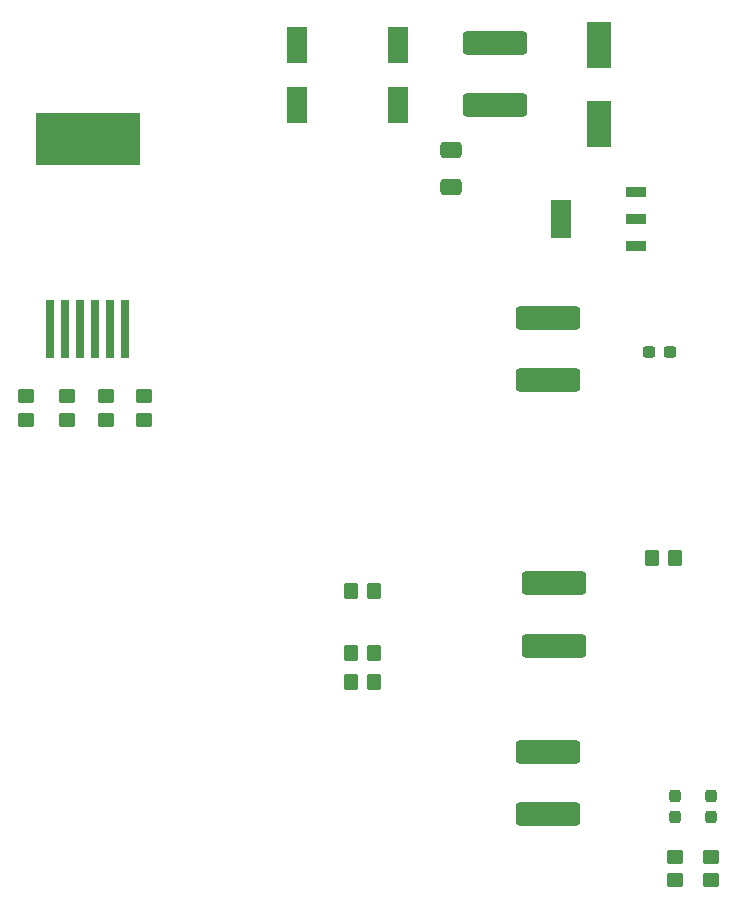
<source format=gbr>
%TF.GenerationSoftware,KiCad,Pcbnew,8.0.8*%
%TF.CreationDate,2025-02-20T11:32:28-05:00*%
%TF.ProjectId,Stardust,53746172-6475-4737-942e-6b696361645f,rev?*%
%TF.SameCoordinates,Original*%
%TF.FileFunction,Paste,Top*%
%TF.FilePolarity,Positive*%
%FSLAX46Y46*%
G04 Gerber Fmt 4.6, Leading zero omitted, Abs format (unit mm)*
G04 Created by KiCad (PCBNEW 8.0.8) date 2025-02-20 11:32:28*
%MOMM*%
%LPD*%
G01*
G04 APERTURE LIST*
G04 Aperture macros list*
%AMRoundRect*
0 Rectangle with rounded corners*
0 $1 Rounding radius*
0 $2 $3 $4 $5 $6 $7 $8 $9 X,Y pos of 4 corners*
0 Add a 4 corners polygon primitive as box body*
4,1,4,$2,$3,$4,$5,$6,$7,$8,$9,$2,$3,0*
0 Add four circle primitives for the rounded corners*
1,1,$1+$1,$2,$3*
1,1,$1+$1,$4,$5*
1,1,$1+$1,$6,$7*
1,1,$1+$1,$8,$9*
0 Add four rect primitives between the rounded corners*
20,1,$1+$1,$2,$3,$4,$5,0*
20,1,$1+$1,$4,$5,$6,$7,0*
20,1,$1+$1,$6,$7,$8,$9,0*
20,1,$1+$1,$8,$9,$2,$3,0*%
G04 Aperture macros list end*
%ADD10RoundRect,0.249999X2.450001X-0.737501X2.450001X0.737501X-2.450001X0.737501X-2.450001X-0.737501X0*%
%ADD11RoundRect,0.250000X-0.350000X-0.450000X0.350000X-0.450000X0.350000X0.450000X-0.350000X0.450000X0*%
%ADD12RoundRect,0.237500X0.237500X-0.287500X0.237500X0.287500X-0.237500X0.287500X-0.237500X-0.287500X0*%
%ADD13R,0.760000X5.000000*%
%ADD14R,8.800000X4.500000*%
%ADD15RoundRect,0.250000X-0.450000X0.350000X-0.450000X-0.350000X0.450000X-0.350000X0.450000X0.350000X0*%
%ADD16R,2.150000X4.000000*%
%ADD17R,1.750000X0.950000*%
%ADD18R,1.750000X3.200000*%
%ADD19R,1.800000X3.150000*%
%ADD20RoundRect,0.249999X-2.450001X0.737501X-2.450001X-0.737501X2.450001X-0.737501X2.450001X0.737501X0*%
%ADD21RoundRect,0.237500X0.300000X0.237500X-0.300000X0.237500X-0.300000X-0.237500X0.300000X-0.237500X0*%
%ADD22RoundRect,0.250000X0.650000X-0.412500X0.650000X0.412500X-0.650000X0.412500X-0.650000X-0.412500X0*%
G04 APERTURE END LIST*
D10*
%TO.C,C6*%
X176250000Y-118637500D03*
X176250000Y-113362500D03*
%TD*%
D11*
%TO.C,R1*%
X159500000Y-99750000D03*
X161500000Y-99750000D03*
%TD*%
D12*
%TO.C,D2*%
X187000000Y-118875000D03*
X187000000Y-117125000D03*
%TD*%
D13*
%TO.C,J2*%
X140425000Y-77550000D03*
X139155000Y-77550000D03*
X137885000Y-77550000D03*
X136615000Y-77550000D03*
X135345000Y-77550000D03*
X134075000Y-77550000D03*
D14*
X137250000Y-61500000D03*
%TD*%
D15*
%TO.C,R14*%
X142000000Y-83250000D03*
X142000000Y-85250000D03*
%TD*%
D16*
%TO.C,C7*%
X180500000Y-53500000D03*
X180500000Y-60200000D03*
%TD*%
D17*
%TO.C,U7*%
X183650000Y-70550000D03*
X183650000Y-68250000D03*
X183650000Y-65950000D03*
D18*
X177350000Y-68250000D03*
%TD*%
D19*
%TO.C,C2*%
X163500000Y-53500000D03*
X163500000Y-58600000D03*
%TD*%
%TO.C,C1*%
X155000000Y-53500000D03*
X155000000Y-58600000D03*
%TD*%
D11*
%TO.C,R15*%
X185000000Y-97000000D03*
X187000000Y-97000000D03*
%TD*%
D12*
%TO.C,D1*%
X190000000Y-118875000D03*
X190000000Y-117125000D03*
%TD*%
D20*
%TO.C,C5*%
X176750000Y-99112500D03*
X176750000Y-104387500D03*
%TD*%
D11*
%TO.C,R3*%
X159500000Y-105000000D03*
X161500000Y-105000000D03*
%TD*%
D21*
%TO.C,C3*%
X186500000Y-79500000D03*
X184775000Y-79500000D03*
%TD*%
D15*
%TO.C,R13*%
X138750000Y-83250000D03*
X138750000Y-85250000D03*
%TD*%
%TO.C,R9*%
X190000000Y-122250000D03*
X190000000Y-124250000D03*
%TD*%
%TO.C,R10*%
X187000000Y-122250000D03*
X187000000Y-124250000D03*
%TD*%
%TO.C,R12*%
X135500000Y-83250000D03*
X135500000Y-85250000D03*
%TD*%
D22*
%TO.C,C9*%
X168000000Y-65562500D03*
X168000000Y-62437500D03*
%TD*%
D11*
%TO.C,R2*%
X159500000Y-107500000D03*
X161500000Y-107500000D03*
%TD*%
D20*
%TO.C,C8*%
X171750000Y-53362500D03*
X171750000Y-58637500D03*
%TD*%
%TO.C,C4*%
X176250000Y-76612500D03*
X176250000Y-81887500D03*
%TD*%
D15*
%TO.C,R11*%
X132000000Y-83250000D03*
X132000000Y-85250000D03*
%TD*%
M02*

</source>
